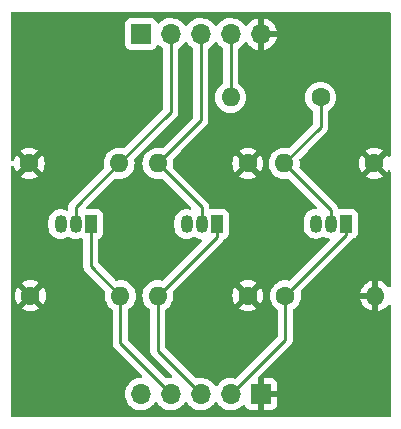
<source format=gbr>
%TF.GenerationSoftware,KiCad,Pcbnew,(6.0.5-0)*%
%TF.CreationDate,2023-04-14T18:12:18+02:00*%
%TF.ProjectId,PixelJuice_TransistorStage,50697865-6c4a-4756-9963-655f5472616e,rev?*%
%TF.SameCoordinates,Original*%
%TF.FileFunction,Copper,L1,Top*%
%TF.FilePolarity,Positive*%
%FSLAX46Y46*%
G04 Gerber Fmt 4.6, Leading zero omitted, Abs format (unit mm)*
G04 Created by KiCad (PCBNEW (6.0.5-0)) date 2023-04-14 18:12:18*
%MOMM*%
%LPD*%
G01*
G04 APERTURE LIST*
%TA.AperFunction,ComponentPad*%
%ADD10C,1.600000*%
%TD*%
%TA.AperFunction,ComponentPad*%
%ADD11O,1.600000X1.600000*%
%TD*%
%TA.AperFunction,ComponentPad*%
%ADD12R,1.050000X1.500000*%
%TD*%
%TA.AperFunction,ComponentPad*%
%ADD13O,1.050000X1.500000*%
%TD*%
%TA.AperFunction,ComponentPad*%
%ADD14R,1.700000X1.700000*%
%TD*%
%TA.AperFunction,ComponentPad*%
%ADD15O,1.700000X1.700000*%
%TD*%
%TA.AperFunction,ViaPad*%
%ADD16C,0.800000*%
%TD*%
%TA.AperFunction,Conductor*%
%ADD17C,0.250000*%
%TD*%
G04 APERTURE END LIST*
D10*
%TO.P,R5,1*%
%TO.N,GND*%
X132790000Y-96000000D03*
D11*
%TO.P,R5,2*%
%TO.N,/R-Y_{out}*%
X140410000Y-96000000D03*
%TD*%
D10*
%TO.P,R7,1*%
%TO.N,/B-Y_{out}*%
X154390000Y-96000000D03*
D11*
%TO.P,R7,2*%
%TO.N,GND*%
X162010000Y-96000000D03*
%TD*%
D10*
%TO.P,R4,1*%
%TO.N,GND*%
X161910000Y-84800000D03*
D11*
%TO.P,R4,2*%
%TO.N,Net-(Q3-Pad2)*%
X154290000Y-84800000D03*
%TD*%
D10*
%TO.P,R3,1*%
%TO.N,GND*%
X151210000Y-84800000D03*
D11*
%TO.P,R3,2*%
%TO.N,/Y_{in}*%
X143590000Y-84800000D03*
%TD*%
D12*
%TO.P,Q2,1,E*%
%TO.N,/Y_{out}*%
X148570000Y-89940000D03*
D13*
%TO.P,Q2,2,B*%
%TO.N,/Y_{in}*%
X147300000Y-89940000D03*
%TO.P,Q2,3,C*%
%TO.N,+5V*%
X146030000Y-89940000D03*
%TD*%
D10*
%TO.P,R2,1*%
%TO.N,GND*%
X132690000Y-84800000D03*
D11*
%TO.P,R2,2*%
%TO.N,/R-Y_{in}*%
X140310000Y-84800000D03*
%TD*%
D10*
%TO.P,R6,1*%
%TO.N,GND*%
X151210000Y-96000000D03*
D11*
%TO.P,R6,2*%
%TO.N,/Y_{out}*%
X143590000Y-96000000D03*
%TD*%
D12*
%TO.P,Q3,1,E*%
%TO.N,/B-Y_{out}*%
X159500000Y-89900000D03*
D13*
%TO.P,Q3,2,B*%
%TO.N,Net-(Q3-Pad2)*%
X158230000Y-89900000D03*
%TO.P,Q3,3,C*%
%TO.N,+5V*%
X156960000Y-89900000D03*
%TD*%
D10*
%TO.P,R1,1*%
%TO.N,Net-(Q3-Pad2)*%
X157360000Y-79200000D03*
D11*
%TO.P,R1,2*%
%TO.N,/B-Y_{in}*%
X149740000Y-79200000D03*
%TD*%
D12*
%TO.P,Q1,1,E*%
%TO.N,/R-Y_{out}*%
X137900000Y-89940000D03*
D13*
%TO.P,Q1,2,B*%
%TO.N,/R-Y_{in}*%
X136630000Y-89940000D03*
%TO.P,Q1,3,C*%
%TO.N,+5V*%
X135360000Y-89940000D03*
%TD*%
D14*
%TO.P,J2,1,Pin_1*%
%TO.N,GND*%
X152325000Y-104325000D03*
D15*
%TO.P,J2,2,Pin_2*%
%TO.N,/B-Y_{out}*%
X149785000Y-104325000D03*
%TO.P,J2,3,Pin_3*%
%TO.N,/Y_{out}*%
X147245000Y-104325000D03*
%TO.P,J2,4,Pin_4*%
%TO.N,/R-Y_{out}*%
X144705000Y-104325000D03*
%TO.P,J2,5,Pin_5*%
%TO.N,+5V*%
X142165000Y-104325000D03*
%TD*%
D14*
%TO.P,J1,1,Pin_1*%
%TO.N,+5V*%
X142150000Y-73850000D03*
D15*
%TO.P,J1,2,Pin_2*%
%TO.N,/R-Y_{in}*%
X144690000Y-73850000D03*
%TO.P,J1,3,Pin_3*%
%TO.N,/Y_{in}*%
X147230000Y-73850000D03*
%TO.P,J1,4,Pin_4*%
%TO.N,/B-Y_{in}*%
X149770000Y-73850000D03*
%TO.P,J1,5,Pin_5*%
%TO.N,GND*%
X152310000Y-73850000D03*
%TD*%
D16*
%TO.N,GND*%
X152875000Y-93050000D03*
X142025000Y-93050000D03*
%TD*%
D17*
%TO.N,/B-Y_{out}*%
X154390000Y-96000000D02*
X154390000Y-99720000D01*
X154390000Y-99720000D02*
X149785000Y-104325000D01*
%TO.N,/R-Y_{out}*%
X140410000Y-96000000D02*
X140410000Y-100030000D01*
X140410000Y-100030000D02*
X144705000Y-104325000D01*
%TO.N,/Y_{out}*%
X143590000Y-96000000D02*
X143590000Y-100670000D01*
X143590000Y-100670000D02*
X147245000Y-104325000D01*
%TO.N,/B-Y_{in}*%
X149770000Y-73850000D02*
X149770000Y-79170000D01*
X149770000Y-79170000D02*
X149740000Y-79200000D01*
%TO.N,/Y_{in}*%
X147230000Y-73850000D02*
X147230000Y-81160000D01*
X147230000Y-81160000D02*
X143590000Y-84800000D01*
%TO.N,/R-Y_{in}*%
X144690000Y-73850000D02*
X144690000Y-80420000D01*
X144690000Y-80420000D02*
X140310000Y-84800000D01*
X140310000Y-84800000D02*
X136630000Y-88480000D01*
X136630000Y-88480000D02*
X136630000Y-89940000D01*
%TO.N,/Y_{in}*%
X143590000Y-84800000D02*
X147300000Y-88510000D01*
X147300000Y-88510000D02*
X147300000Y-89940000D01*
%TO.N,/R-Y_{out}*%
X137900000Y-93490000D02*
X140410000Y-96000000D01*
X137900000Y-89940000D02*
X137900000Y-93490000D01*
%TO.N,/Y_{out}*%
X148570000Y-91020000D02*
X143590000Y-96000000D01*
X148570000Y-89940000D02*
X148570000Y-91020000D01*
%TO.N,/B-Y_{out}*%
X159500000Y-89900000D02*
X159500000Y-90890000D01*
X159500000Y-90890000D02*
X154390000Y-96000000D01*
%TO.N,Net-(Q3-Pad2)*%
X157360000Y-81730000D02*
X154290000Y-84800000D01*
X154290000Y-84800000D02*
X158230000Y-88740000D01*
X158230000Y-88740000D02*
X158230000Y-89900000D01*
X157360000Y-79200000D02*
X157360000Y-81730000D01*
%TD*%
%TA.AperFunction,Conductor*%
%TO.N,GND*%
G36*
X163233621Y-71978502D02*
G01*
X163280114Y-72032158D01*
X163291500Y-72084500D01*
X163291500Y-84099295D01*
X163271498Y-84167416D01*
X163217842Y-84213909D01*
X163147568Y-84224013D01*
X163082988Y-84194519D01*
X163051306Y-84152547D01*
X163049414Y-84148491D01*
X163043931Y-84138994D01*
X163007491Y-84086952D01*
X162997012Y-84078576D01*
X162983566Y-84085644D01*
X162282022Y-84787188D01*
X162274408Y-84801132D01*
X162274539Y-84802965D01*
X162278790Y-84809580D01*
X162984287Y-85515077D01*
X162996062Y-85521507D01*
X163008077Y-85512211D01*
X163043931Y-85461006D01*
X163049414Y-85451509D01*
X163051306Y-85447453D01*
X163098224Y-85394169D01*
X163166502Y-85374709D01*
X163234461Y-85395252D01*
X163280526Y-85449275D01*
X163291500Y-85500705D01*
X163291500Y-95150123D01*
X163271498Y-95218244D01*
X163217842Y-95264737D01*
X163147568Y-95274841D01*
X163082988Y-95245347D01*
X163062287Y-95222393D01*
X163018976Y-95160538D01*
X163011916Y-95152125D01*
X162857875Y-94998084D01*
X162849467Y-94991028D01*
X162671007Y-94866069D01*
X162661511Y-94860586D01*
X162464053Y-94768510D01*
X162453761Y-94764764D01*
X162281497Y-94718606D01*
X162267401Y-94718942D01*
X162264000Y-94726884D01*
X162264000Y-97267967D01*
X162267973Y-97281498D01*
X162276522Y-97282727D01*
X162453761Y-97235236D01*
X162464053Y-97231490D01*
X162661511Y-97139414D01*
X162671007Y-97133931D01*
X162849467Y-97008972D01*
X162857875Y-97001916D01*
X163011916Y-96847875D01*
X163018976Y-96839462D01*
X163062287Y-96777607D01*
X163117744Y-96733278D01*
X163188363Y-96725969D01*
X163251724Y-96757999D01*
X163287709Y-96819201D01*
X163291500Y-96849877D01*
X163291500Y-106165500D01*
X163271498Y-106233621D01*
X163217842Y-106280114D01*
X163165500Y-106291500D01*
X131284500Y-106291500D01*
X131216379Y-106271498D01*
X131169886Y-106217842D01*
X131158500Y-106165500D01*
X131158500Y-97086062D01*
X132068493Y-97086062D01*
X132077789Y-97098077D01*
X132128994Y-97133931D01*
X132138489Y-97139414D01*
X132335947Y-97231490D01*
X132346239Y-97235236D01*
X132556688Y-97291625D01*
X132567481Y-97293528D01*
X132784525Y-97312517D01*
X132795475Y-97312517D01*
X133012519Y-97293528D01*
X133023312Y-97291625D01*
X133233761Y-97235236D01*
X133244053Y-97231490D01*
X133441511Y-97139414D01*
X133451006Y-97133931D01*
X133503048Y-97097491D01*
X133511424Y-97087012D01*
X133504356Y-97073566D01*
X132802812Y-96372022D01*
X132788868Y-96364408D01*
X132787035Y-96364539D01*
X132780420Y-96368790D01*
X132074923Y-97074287D01*
X132068493Y-97086062D01*
X131158500Y-97086062D01*
X131158500Y-96005475D01*
X131477483Y-96005475D01*
X131496472Y-96222519D01*
X131498375Y-96233312D01*
X131554764Y-96443761D01*
X131558510Y-96454053D01*
X131650586Y-96651511D01*
X131656069Y-96661006D01*
X131692509Y-96713048D01*
X131702988Y-96721424D01*
X131716434Y-96714356D01*
X132417978Y-96012812D01*
X132424356Y-96001132D01*
X133154408Y-96001132D01*
X133154539Y-96002965D01*
X133158790Y-96009580D01*
X133864287Y-96715077D01*
X133876062Y-96721507D01*
X133888077Y-96712211D01*
X133923931Y-96661006D01*
X133929414Y-96651511D01*
X134021490Y-96454053D01*
X134025236Y-96443761D01*
X134081625Y-96233312D01*
X134083528Y-96222519D01*
X134102517Y-96005475D01*
X134102517Y-95994525D01*
X134083528Y-95777481D01*
X134081625Y-95766688D01*
X134025236Y-95556239D01*
X134021490Y-95545947D01*
X133929414Y-95348489D01*
X133923931Y-95338994D01*
X133887491Y-95286952D01*
X133877012Y-95278576D01*
X133863566Y-95285644D01*
X133162022Y-95987188D01*
X133154408Y-96001132D01*
X132424356Y-96001132D01*
X132425592Y-95998868D01*
X132425461Y-95997035D01*
X132421210Y-95990420D01*
X131715713Y-95284923D01*
X131703938Y-95278493D01*
X131691923Y-95287789D01*
X131656069Y-95338994D01*
X131650586Y-95348489D01*
X131558510Y-95545947D01*
X131554764Y-95556239D01*
X131498375Y-95766688D01*
X131496472Y-95777481D01*
X131477483Y-95994525D01*
X131477483Y-96005475D01*
X131158500Y-96005475D01*
X131158500Y-94912988D01*
X132068576Y-94912988D01*
X132075644Y-94926434D01*
X132777188Y-95627978D01*
X132791132Y-95635592D01*
X132792965Y-95635461D01*
X132799580Y-95631210D01*
X133505077Y-94925713D01*
X133511507Y-94913938D01*
X133502211Y-94901923D01*
X133451006Y-94866069D01*
X133441511Y-94860586D01*
X133244053Y-94768510D01*
X133233761Y-94764764D01*
X133023312Y-94708375D01*
X133012519Y-94706472D01*
X132795475Y-94687483D01*
X132784525Y-94687483D01*
X132567481Y-94706472D01*
X132556688Y-94708375D01*
X132346239Y-94764764D01*
X132335947Y-94768510D01*
X132138489Y-94860586D01*
X132128994Y-94866069D01*
X132076952Y-94902509D01*
X132068576Y-94912988D01*
X131158500Y-94912988D01*
X131158500Y-90216004D01*
X134326500Y-90216004D01*
X134341277Y-90366713D01*
X134399858Y-90560742D01*
X134495010Y-90739698D01*
X134498904Y-90744472D01*
X134498905Y-90744474D01*
X134511826Y-90760316D01*
X134623110Y-90896763D01*
X134627857Y-90900690D01*
X134627859Y-90900692D01*
X134774528Y-91022027D01*
X134774531Y-91022029D01*
X134779278Y-91025956D01*
X134957565Y-91122356D01*
X135043547Y-91148972D01*
X135145293Y-91180468D01*
X135145296Y-91180469D01*
X135151180Y-91182290D01*
X135157305Y-91182934D01*
X135157306Y-91182934D01*
X135346622Y-91202832D01*
X135346623Y-91202832D01*
X135352750Y-91203476D01*
X135449377Y-91194682D01*
X135548457Y-91185665D01*
X135548460Y-91185664D01*
X135554596Y-91185106D01*
X135560502Y-91183368D01*
X135560506Y-91183367D01*
X135743120Y-91129620D01*
X135743119Y-91129620D01*
X135749029Y-91127881D01*
X135754486Y-91125028D01*
X135754489Y-91125027D01*
X135891765Y-91053261D01*
X135928460Y-91034077D01*
X135928462Y-91034077D01*
X135928645Y-91033981D01*
X135928663Y-91034016D01*
X135994441Y-91014111D01*
X136055409Y-91029271D01*
X136227565Y-91122356D01*
X136313547Y-91148972D01*
X136415293Y-91180468D01*
X136415296Y-91180469D01*
X136421180Y-91182290D01*
X136427305Y-91182934D01*
X136427306Y-91182934D01*
X136616622Y-91202832D01*
X136616623Y-91202832D01*
X136622750Y-91203476D01*
X136719377Y-91194682D01*
X136818457Y-91185665D01*
X136818460Y-91185664D01*
X136824596Y-91185106D01*
X136830502Y-91183368D01*
X136830506Y-91183367D01*
X137013121Y-91129620D01*
X137013123Y-91129619D01*
X137016111Y-91128740D01*
X137019029Y-91127881D01*
X137019282Y-91128740D01*
X137084662Y-91122286D01*
X137121406Y-91135452D01*
X137128295Y-91140615D01*
X137136699Y-91143766D01*
X137136700Y-91143766D01*
X137184730Y-91161772D01*
X137241495Y-91204414D01*
X137266194Y-91270976D01*
X137266500Y-91279754D01*
X137266500Y-93411233D01*
X137265973Y-93422416D01*
X137264298Y-93429909D01*
X137264547Y-93437835D01*
X137264547Y-93437836D01*
X137266438Y-93497986D01*
X137266500Y-93501945D01*
X137266500Y-93529856D01*
X137266997Y-93533790D01*
X137266997Y-93533791D01*
X137267005Y-93533856D01*
X137267938Y-93545693D01*
X137269327Y-93589889D01*
X137274978Y-93609339D01*
X137278987Y-93628700D01*
X137281526Y-93648797D01*
X137284445Y-93656168D01*
X137284445Y-93656170D01*
X137297804Y-93689912D01*
X137301649Y-93701142D01*
X137313982Y-93743593D01*
X137318015Y-93750412D01*
X137318017Y-93750417D01*
X137324293Y-93761028D01*
X137332988Y-93778776D01*
X137340448Y-93797617D01*
X137345110Y-93804033D01*
X137345110Y-93804034D01*
X137366436Y-93833387D01*
X137372952Y-93843307D01*
X137395458Y-93881362D01*
X137409779Y-93895683D01*
X137422619Y-93910716D01*
X137434528Y-93927107D01*
X137440634Y-93932158D01*
X137468605Y-93955298D01*
X137477384Y-93963288D01*
X139100848Y-95586752D01*
X139134874Y-95649064D01*
X139133459Y-95708459D01*
X139117882Y-95766591D01*
X139117881Y-95766598D01*
X139116457Y-95771913D01*
X139096502Y-96000000D01*
X139116457Y-96228087D01*
X139117881Y-96233400D01*
X139117881Y-96233402D01*
X139155025Y-96372022D01*
X139175716Y-96449243D01*
X139178039Y-96454224D01*
X139178039Y-96454225D01*
X139270151Y-96651762D01*
X139270154Y-96651767D01*
X139272477Y-96656749D01*
X139403802Y-96844300D01*
X139565700Y-97006198D01*
X139570208Y-97009355D01*
X139570211Y-97009357D01*
X139722771Y-97116181D01*
X139767099Y-97171638D01*
X139776500Y-97219394D01*
X139776500Y-99951233D01*
X139775973Y-99962416D01*
X139774298Y-99969909D01*
X139774547Y-99977835D01*
X139774547Y-99977836D01*
X139776438Y-100037986D01*
X139776500Y-100041945D01*
X139776500Y-100069856D01*
X139776997Y-100073790D01*
X139776997Y-100073791D01*
X139777005Y-100073856D01*
X139777938Y-100085693D01*
X139779327Y-100129889D01*
X139782198Y-100139770D01*
X139784978Y-100149339D01*
X139788987Y-100168700D01*
X139791526Y-100188797D01*
X139794445Y-100196168D01*
X139794445Y-100196170D01*
X139807804Y-100229912D01*
X139811649Y-100241142D01*
X139823982Y-100283593D01*
X139828015Y-100290412D01*
X139828017Y-100290417D01*
X139834293Y-100301028D01*
X139842988Y-100318776D01*
X139850448Y-100337617D01*
X139855110Y-100344033D01*
X139855110Y-100344034D01*
X139876436Y-100373387D01*
X139882952Y-100383307D01*
X139905458Y-100421362D01*
X139919779Y-100435683D01*
X139932619Y-100450716D01*
X139944528Y-100467107D01*
X139950634Y-100472158D01*
X139978605Y-100495298D01*
X139987384Y-100503288D01*
X142235086Y-102750990D01*
X142269112Y-102813302D01*
X142264047Y-102884117D01*
X142221500Y-102940953D01*
X142154980Y-102965764D01*
X142144459Y-102966076D01*
X142096962Y-102965495D01*
X142075080Y-102965228D01*
X142075078Y-102965228D01*
X142069911Y-102965165D01*
X141849091Y-102998955D01*
X141636756Y-103068357D01*
X141438607Y-103171507D01*
X141434474Y-103174610D01*
X141434471Y-103174612D01*
X141351450Y-103236946D01*
X141259965Y-103305635D01*
X141105629Y-103467138D01*
X140979743Y-103651680D01*
X140885688Y-103854305D01*
X140825989Y-104069570D01*
X140802251Y-104291695D01*
X140815110Y-104514715D01*
X140816247Y-104519761D01*
X140816248Y-104519767D01*
X140830606Y-104583475D01*
X140864222Y-104732639D01*
X140948266Y-104939616D01*
X140999942Y-105023944D01*
X141062291Y-105125688D01*
X141064987Y-105130088D01*
X141211250Y-105298938D01*
X141383126Y-105441632D01*
X141576000Y-105554338D01*
X141784692Y-105634030D01*
X141789760Y-105635061D01*
X141789763Y-105635062D01*
X141897017Y-105656883D01*
X142003597Y-105678567D01*
X142008772Y-105678757D01*
X142008774Y-105678757D01*
X142221673Y-105686564D01*
X142221677Y-105686564D01*
X142226837Y-105686753D01*
X142231957Y-105686097D01*
X142231959Y-105686097D01*
X142443288Y-105659025D01*
X142443289Y-105659025D01*
X142448416Y-105658368D01*
X142453366Y-105656883D01*
X142657429Y-105595661D01*
X142657434Y-105595659D01*
X142662384Y-105594174D01*
X142862994Y-105495896D01*
X143044860Y-105366173D01*
X143203096Y-105208489D01*
X143262594Y-105125689D01*
X143333453Y-105027077D01*
X143334776Y-105028028D01*
X143381645Y-104984857D01*
X143451580Y-104972625D01*
X143517026Y-105000144D01*
X143544875Y-105031994D01*
X143604987Y-105130088D01*
X143751250Y-105298938D01*
X143923126Y-105441632D01*
X144116000Y-105554338D01*
X144324692Y-105634030D01*
X144329760Y-105635061D01*
X144329763Y-105635062D01*
X144437017Y-105656883D01*
X144543597Y-105678567D01*
X144548772Y-105678757D01*
X144548774Y-105678757D01*
X144761673Y-105686564D01*
X144761677Y-105686564D01*
X144766837Y-105686753D01*
X144771957Y-105686097D01*
X144771959Y-105686097D01*
X144983288Y-105659025D01*
X144983289Y-105659025D01*
X144988416Y-105658368D01*
X144993366Y-105656883D01*
X145197429Y-105595661D01*
X145197434Y-105595659D01*
X145202384Y-105594174D01*
X145402994Y-105495896D01*
X145584860Y-105366173D01*
X145743096Y-105208489D01*
X145802594Y-105125689D01*
X145873453Y-105027077D01*
X145874776Y-105028028D01*
X145921645Y-104984857D01*
X145991580Y-104972625D01*
X146057026Y-105000144D01*
X146084875Y-105031994D01*
X146144987Y-105130088D01*
X146291250Y-105298938D01*
X146463126Y-105441632D01*
X146656000Y-105554338D01*
X146864692Y-105634030D01*
X146869760Y-105635061D01*
X146869763Y-105635062D01*
X146977017Y-105656883D01*
X147083597Y-105678567D01*
X147088772Y-105678757D01*
X147088774Y-105678757D01*
X147301673Y-105686564D01*
X147301677Y-105686564D01*
X147306837Y-105686753D01*
X147311957Y-105686097D01*
X147311959Y-105686097D01*
X147523288Y-105659025D01*
X147523289Y-105659025D01*
X147528416Y-105658368D01*
X147533366Y-105656883D01*
X147737429Y-105595661D01*
X147737434Y-105595659D01*
X147742384Y-105594174D01*
X147942994Y-105495896D01*
X148124860Y-105366173D01*
X148283096Y-105208489D01*
X148342594Y-105125689D01*
X148413453Y-105027077D01*
X148414776Y-105028028D01*
X148461645Y-104984857D01*
X148531580Y-104972625D01*
X148597026Y-105000144D01*
X148624875Y-105031994D01*
X148684987Y-105130088D01*
X148831250Y-105298938D01*
X149003126Y-105441632D01*
X149196000Y-105554338D01*
X149404692Y-105634030D01*
X149409760Y-105635061D01*
X149409763Y-105635062D01*
X149517017Y-105656883D01*
X149623597Y-105678567D01*
X149628772Y-105678757D01*
X149628774Y-105678757D01*
X149841673Y-105686564D01*
X149841677Y-105686564D01*
X149846837Y-105686753D01*
X149851957Y-105686097D01*
X149851959Y-105686097D01*
X150063288Y-105659025D01*
X150063289Y-105659025D01*
X150068416Y-105658368D01*
X150073366Y-105656883D01*
X150277429Y-105595661D01*
X150277434Y-105595659D01*
X150282384Y-105594174D01*
X150482994Y-105495896D01*
X150664860Y-105366173D01*
X150732331Y-105298938D01*
X150773479Y-105257933D01*
X150835851Y-105224017D01*
X150906658Y-105229205D01*
X150963419Y-105271851D01*
X150980401Y-105302954D01*
X151021676Y-105413054D01*
X151030214Y-105428649D01*
X151106715Y-105530724D01*
X151119276Y-105543285D01*
X151221351Y-105619786D01*
X151236946Y-105628324D01*
X151357394Y-105673478D01*
X151372649Y-105677105D01*
X151423514Y-105682631D01*
X151430328Y-105683000D01*
X152052885Y-105683000D01*
X152068124Y-105678525D01*
X152069329Y-105677135D01*
X152071000Y-105669452D01*
X152071000Y-105664884D01*
X152579000Y-105664884D01*
X152583475Y-105680123D01*
X152584865Y-105681328D01*
X152592548Y-105682999D01*
X153219669Y-105682999D01*
X153226490Y-105682629D01*
X153277352Y-105677105D01*
X153292604Y-105673479D01*
X153413054Y-105628324D01*
X153428649Y-105619786D01*
X153530724Y-105543285D01*
X153543285Y-105530724D01*
X153619786Y-105428649D01*
X153628324Y-105413054D01*
X153673478Y-105292606D01*
X153677105Y-105277351D01*
X153682631Y-105226486D01*
X153683000Y-105219672D01*
X153683000Y-104597115D01*
X153678525Y-104581876D01*
X153677135Y-104580671D01*
X153669452Y-104579000D01*
X152597115Y-104579000D01*
X152581876Y-104583475D01*
X152580671Y-104584865D01*
X152579000Y-104592548D01*
X152579000Y-105664884D01*
X152071000Y-105664884D01*
X152071000Y-104052885D01*
X152579000Y-104052885D01*
X152583475Y-104068124D01*
X152584865Y-104069329D01*
X152592548Y-104071000D01*
X153664884Y-104071000D01*
X153680123Y-104066525D01*
X153681328Y-104065135D01*
X153682999Y-104057452D01*
X153682999Y-103430331D01*
X153682629Y-103423510D01*
X153677105Y-103372648D01*
X153673479Y-103357396D01*
X153628324Y-103236946D01*
X153619786Y-103221351D01*
X153543285Y-103119276D01*
X153530724Y-103106715D01*
X153428649Y-103030214D01*
X153413054Y-103021676D01*
X153292606Y-102976522D01*
X153277351Y-102972895D01*
X153226486Y-102967369D01*
X153219672Y-102967000D01*
X152597115Y-102967000D01*
X152581876Y-102971475D01*
X152580671Y-102972865D01*
X152579000Y-102980548D01*
X152579000Y-104052885D01*
X152071000Y-104052885D01*
X152071000Y-102987094D01*
X152091002Y-102918973D01*
X152107905Y-102897999D01*
X154782247Y-100223657D01*
X154790537Y-100216113D01*
X154797018Y-100212000D01*
X154843659Y-100162332D01*
X154846413Y-100159491D01*
X154866134Y-100139770D01*
X154868612Y-100136575D01*
X154876318Y-100127553D01*
X154901158Y-100101101D01*
X154906586Y-100095321D01*
X154916346Y-100077568D01*
X154927199Y-100061045D01*
X154934753Y-100051306D01*
X154939613Y-100045041D01*
X154957176Y-100004457D01*
X154962383Y-99993827D01*
X154983695Y-99955060D01*
X154985666Y-99947383D01*
X154985668Y-99947378D01*
X154988732Y-99935442D01*
X154995138Y-99916730D01*
X155000034Y-99905417D01*
X155003181Y-99898145D01*
X155010097Y-99854481D01*
X155012504Y-99842860D01*
X155021528Y-99807711D01*
X155021528Y-99807710D01*
X155023500Y-99800030D01*
X155023500Y-99779769D01*
X155025051Y-99760058D01*
X155026979Y-99747885D01*
X155028219Y-99740057D01*
X155024059Y-99696046D01*
X155023500Y-99684189D01*
X155023500Y-97219394D01*
X155043502Y-97151273D01*
X155077229Y-97116181D01*
X155229789Y-97009357D01*
X155229792Y-97009355D01*
X155234300Y-97006198D01*
X155396198Y-96844300D01*
X155527523Y-96656749D01*
X155529846Y-96651767D01*
X155529849Y-96651762D01*
X155621961Y-96454225D01*
X155621961Y-96454224D01*
X155624284Y-96449243D01*
X155644976Y-96372022D01*
X155673245Y-96266522D01*
X160727273Y-96266522D01*
X160774764Y-96443761D01*
X160778510Y-96454053D01*
X160870586Y-96651511D01*
X160876069Y-96661007D01*
X161001028Y-96839467D01*
X161008084Y-96847875D01*
X161162125Y-97001916D01*
X161170533Y-97008972D01*
X161348993Y-97133931D01*
X161358489Y-97139414D01*
X161555947Y-97231490D01*
X161566239Y-97235236D01*
X161738503Y-97281394D01*
X161752599Y-97281058D01*
X161756000Y-97273116D01*
X161756000Y-96272115D01*
X161751525Y-96256876D01*
X161750135Y-96255671D01*
X161742452Y-96254000D01*
X160742033Y-96254000D01*
X160728502Y-96257973D01*
X160727273Y-96266522D01*
X155673245Y-96266522D01*
X155682119Y-96233402D01*
X155682119Y-96233400D01*
X155683543Y-96228087D01*
X155703498Y-96000000D01*
X155683543Y-95771913D01*
X155682119Y-95766598D01*
X155682118Y-95766591D01*
X155671912Y-95728503D01*
X160728606Y-95728503D01*
X160728942Y-95742599D01*
X160736884Y-95746000D01*
X161737885Y-95746000D01*
X161753124Y-95741525D01*
X161754329Y-95740135D01*
X161756000Y-95732452D01*
X161756000Y-94732033D01*
X161752027Y-94718502D01*
X161743478Y-94717273D01*
X161566239Y-94764764D01*
X161555947Y-94768510D01*
X161358489Y-94860586D01*
X161348993Y-94866069D01*
X161170533Y-94991028D01*
X161162125Y-94998084D01*
X161008084Y-95152125D01*
X161001028Y-95160533D01*
X160876069Y-95338993D01*
X160870586Y-95348489D01*
X160778510Y-95545947D01*
X160774764Y-95556239D01*
X160728606Y-95728503D01*
X155671912Y-95728503D01*
X155666541Y-95708459D01*
X155668230Y-95637483D01*
X155699152Y-95586752D01*
X159892247Y-91393657D01*
X159900537Y-91386113D01*
X159907018Y-91382000D01*
X159953659Y-91332332D01*
X159956413Y-91329491D01*
X159976134Y-91309770D01*
X159978612Y-91306575D01*
X159986318Y-91297553D01*
X160011158Y-91271101D01*
X160016586Y-91265321D01*
X160026346Y-91247568D01*
X160037199Y-91231045D01*
X160041241Y-91225834D01*
X160049613Y-91215041D01*
X160051936Y-91209673D01*
X160103152Y-91161851D01*
X160129000Y-91152431D01*
X160135316Y-91151745D01*
X160153026Y-91145106D01*
X160263297Y-91103767D01*
X160271705Y-91100615D01*
X160388261Y-91013261D01*
X160475615Y-90896705D01*
X160526745Y-90760316D01*
X160533500Y-90698134D01*
X160533500Y-89101866D01*
X160526745Y-89039684D01*
X160475615Y-88903295D01*
X160388261Y-88786739D01*
X160271705Y-88699385D01*
X160135316Y-88648255D01*
X160073134Y-88641500D01*
X158957976Y-88641500D01*
X158889855Y-88621498D01*
X158840825Y-88561885D01*
X158832197Y-88540092D01*
X158828359Y-88528885D01*
X158816018Y-88486406D01*
X158811985Y-88479587D01*
X158811983Y-88479582D01*
X158805707Y-88468971D01*
X158797010Y-88451221D01*
X158789552Y-88432383D01*
X158763571Y-88396623D01*
X158757053Y-88386701D01*
X158738578Y-88355460D01*
X158738574Y-88355455D01*
X158734542Y-88348637D01*
X158720218Y-88334313D01*
X158707376Y-88319278D01*
X158695472Y-88302893D01*
X158661406Y-88274711D01*
X158652627Y-88266722D01*
X156271967Y-85886062D01*
X161188493Y-85886062D01*
X161197789Y-85898077D01*
X161248994Y-85933931D01*
X161258489Y-85939414D01*
X161455947Y-86031490D01*
X161466239Y-86035236D01*
X161676688Y-86091625D01*
X161687481Y-86093528D01*
X161904525Y-86112517D01*
X161915475Y-86112517D01*
X162132519Y-86093528D01*
X162143312Y-86091625D01*
X162353761Y-86035236D01*
X162364053Y-86031490D01*
X162561511Y-85939414D01*
X162571006Y-85933931D01*
X162623048Y-85897491D01*
X162631424Y-85887012D01*
X162624356Y-85873566D01*
X161922812Y-85172022D01*
X161908868Y-85164408D01*
X161907035Y-85164539D01*
X161900420Y-85168790D01*
X161194923Y-85874287D01*
X161188493Y-85886062D01*
X156271967Y-85886062D01*
X155599152Y-85213247D01*
X155565126Y-85150935D01*
X155566540Y-85091541D01*
X155574310Y-85062543D01*
X155583543Y-85028087D01*
X155603019Y-84805475D01*
X160597483Y-84805475D01*
X160616472Y-85022519D01*
X160618375Y-85033312D01*
X160674764Y-85243761D01*
X160678510Y-85254053D01*
X160770586Y-85451511D01*
X160776069Y-85461006D01*
X160812509Y-85513048D01*
X160822988Y-85521424D01*
X160836434Y-85514356D01*
X161537978Y-84812812D01*
X161545592Y-84798868D01*
X161545461Y-84797035D01*
X161541210Y-84790420D01*
X160835713Y-84084923D01*
X160823938Y-84078493D01*
X160811923Y-84087789D01*
X160776069Y-84138994D01*
X160770586Y-84148489D01*
X160678510Y-84345947D01*
X160674764Y-84356239D01*
X160618375Y-84566688D01*
X160616472Y-84577481D01*
X160597483Y-84794525D01*
X160597483Y-84805475D01*
X155603019Y-84805475D01*
X155603498Y-84800000D01*
X155583543Y-84571913D01*
X155582119Y-84566598D01*
X155582118Y-84566591D01*
X155566541Y-84508459D01*
X155568230Y-84437483D01*
X155599152Y-84386752D01*
X156272916Y-83712988D01*
X161188576Y-83712988D01*
X161195644Y-83726434D01*
X161897188Y-84427978D01*
X161911132Y-84435592D01*
X161912965Y-84435461D01*
X161919580Y-84431210D01*
X162625077Y-83725713D01*
X162631507Y-83713938D01*
X162622211Y-83701923D01*
X162571006Y-83666069D01*
X162561511Y-83660586D01*
X162364053Y-83568510D01*
X162353761Y-83564764D01*
X162143312Y-83508375D01*
X162132519Y-83506472D01*
X161915475Y-83487483D01*
X161904525Y-83487483D01*
X161687481Y-83506472D01*
X161676688Y-83508375D01*
X161466239Y-83564764D01*
X161455947Y-83568510D01*
X161258489Y-83660586D01*
X161248994Y-83666069D01*
X161196952Y-83702509D01*
X161188576Y-83712988D01*
X156272916Y-83712988D01*
X157752247Y-82233657D01*
X157760537Y-82226113D01*
X157767018Y-82222000D01*
X157813659Y-82172332D01*
X157816413Y-82169491D01*
X157836135Y-82149769D01*
X157838612Y-82146576D01*
X157846317Y-82137555D01*
X157871159Y-82111100D01*
X157876586Y-82105321D01*
X157880407Y-82098371D01*
X157886346Y-82087568D01*
X157897202Y-82071041D01*
X157904757Y-82061302D01*
X157904758Y-82061300D01*
X157909614Y-82055040D01*
X157927174Y-82014460D01*
X157932391Y-82003812D01*
X157949875Y-81972009D01*
X157949876Y-81972007D01*
X157953695Y-81965060D01*
X157958733Y-81945437D01*
X157965137Y-81926734D01*
X157970033Y-81915420D01*
X157970033Y-81915419D01*
X157973181Y-81908145D01*
X157974420Y-81900322D01*
X157974423Y-81900312D01*
X157980099Y-81864476D01*
X157982505Y-81852856D01*
X157991528Y-81817711D01*
X157991528Y-81817710D01*
X157993500Y-81810030D01*
X157993500Y-81789776D01*
X157995051Y-81770065D01*
X157996980Y-81757886D01*
X157998220Y-81750057D01*
X157994059Y-81706038D01*
X157993500Y-81694181D01*
X157993500Y-80419394D01*
X158013502Y-80351273D01*
X158047229Y-80316181D01*
X158199789Y-80209357D01*
X158199792Y-80209355D01*
X158204300Y-80206198D01*
X158366198Y-80044300D01*
X158497523Y-79856749D01*
X158499846Y-79851767D01*
X158499849Y-79851762D01*
X158591961Y-79654225D01*
X158591961Y-79654224D01*
X158594284Y-79649243D01*
X158653543Y-79428087D01*
X158673498Y-79200000D01*
X158653543Y-78971913D01*
X158594284Y-78750757D01*
X158591961Y-78745775D01*
X158499849Y-78548238D01*
X158499846Y-78548233D01*
X158497523Y-78543251D01*
X158366198Y-78355700D01*
X158204300Y-78193802D01*
X158199792Y-78190645D01*
X158199789Y-78190643D01*
X158077229Y-78104826D01*
X158016749Y-78062477D01*
X158011767Y-78060154D01*
X158011762Y-78060151D01*
X157814225Y-77968039D01*
X157814224Y-77968039D01*
X157809243Y-77965716D01*
X157803935Y-77964294D01*
X157803933Y-77964293D01*
X157593402Y-77907881D01*
X157593400Y-77907881D01*
X157588087Y-77906457D01*
X157360000Y-77886502D01*
X157131913Y-77906457D01*
X157126600Y-77907881D01*
X157126598Y-77907881D01*
X156916067Y-77964293D01*
X156916065Y-77964294D01*
X156910757Y-77965716D01*
X156905776Y-77968039D01*
X156905775Y-77968039D01*
X156708238Y-78060151D01*
X156708233Y-78060154D01*
X156703251Y-78062477D01*
X156642771Y-78104826D01*
X156520211Y-78190643D01*
X156520208Y-78190645D01*
X156515700Y-78193802D01*
X156353802Y-78355700D01*
X156222477Y-78543251D01*
X156220154Y-78548233D01*
X156220151Y-78548238D01*
X156128039Y-78745775D01*
X156125716Y-78750757D01*
X156066457Y-78971913D01*
X156046502Y-79200000D01*
X156066457Y-79428087D01*
X156125716Y-79649243D01*
X156128039Y-79654224D01*
X156128039Y-79654225D01*
X156220151Y-79851762D01*
X156220154Y-79851767D01*
X156222477Y-79856749D01*
X156353802Y-80044300D01*
X156515700Y-80206198D01*
X156520208Y-80209355D01*
X156520211Y-80209357D01*
X156672771Y-80316181D01*
X156717099Y-80371638D01*
X156726500Y-80419394D01*
X156726500Y-81415406D01*
X156706498Y-81483527D01*
X156689595Y-81504501D01*
X154703248Y-83490848D01*
X154640936Y-83524874D01*
X154581541Y-83523459D01*
X154523409Y-83507882D01*
X154523398Y-83507880D01*
X154518087Y-83506457D01*
X154290000Y-83486502D01*
X154061913Y-83506457D01*
X154056600Y-83507881D01*
X154056598Y-83507881D01*
X153846067Y-83564293D01*
X153846065Y-83564294D01*
X153840757Y-83565716D01*
X153835776Y-83568039D01*
X153835775Y-83568039D01*
X153638238Y-83660151D01*
X153638233Y-83660154D01*
X153633251Y-83662477D01*
X153576080Y-83702509D01*
X153450211Y-83790643D01*
X153450208Y-83790645D01*
X153445700Y-83793802D01*
X153283802Y-83955700D01*
X153152477Y-84143251D01*
X153150154Y-84148233D01*
X153150151Y-84148238D01*
X153114817Y-84224013D01*
X153055716Y-84350757D01*
X153054294Y-84356065D01*
X153054293Y-84356067D01*
X152997883Y-84566591D01*
X152996457Y-84571913D01*
X152976502Y-84800000D01*
X152996457Y-85028087D01*
X152997880Y-85033398D01*
X152997881Y-85033402D01*
X153035025Y-85172022D01*
X153055716Y-85249243D01*
X153058039Y-85254224D01*
X153058039Y-85254225D01*
X153150151Y-85451762D01*
X153150154Y-85451767D01*
X153152477Y-85456749D01*
X153283802Y-85644300D01*
X153445700Y-85806198D01*
X153450208Y-85809355D01*
X153450211Y-85809357D01*
X153528389Y-85864098D01*
X153633251Y-85937523D01*
X153638233Y-85939846D01*
X153638238Y-85939849D01*
X153834765Y-86031490D01*
X153840757Y-86034284D01*
X153846065Y-86035706D01*
X153846067Y-86035707D01*
X154056598Y-86092119D01*
X154056600Y-86092119D01*
X154061913Y-86093543D01*
X154290000Y-86113498D01*
X154518087Y-86093543D01*
X154523398Y-86092120D01*
X154523409Y-86092118D01*
X154581541Y-86076541D01*
X154652517Y-86078230D01*
X154703248Y-86109152D01*
X157018453Y-88424357D01*
X157052479Y-88486669D01*
X157047414Y-88557484D01*
X157004867Y-88614320D01*
X156940778Y-88638933D01*
X156771543Y-88654335D01*
X156771540Y-88654336D01*
X156765404Y-88654894D01*
X156759498Y-88656632D01*
X156759494Y-88656633D01*
X156624947Y-88696233D01*
X156570971Y-88712119D01*
X156565514Y-88714972D01*
X156565511Y-88714973D01*
X156518815Y-88739385D01*
X156391355Y-88806019D01*
X156386555Y-88809879D01*
X156386554Y-88809879D01*
X156356654Y-88833919D01*
X156233399Y-88933019D01*
X156103119Y-89088281D01*
X156100155Y-89093673D01*
X156100152Y-89093677D01*
X156008444Y-89260494D01*
X156005477Y-89265891D01*
X155944193Y-89459084D01*
X155943507Y-89465201D01*
X155943506Y-89465205D01*
X155935190Y-89539348D01*
X155926500Y-89616817D01*
X155926500Y-90176004D01*
X155941277Y-90326713D01*
X155999858Y-90520742D01*
X156095010Y-90699698D01*
X156223110Y-90856763D01*
X156227857Y-90860690D01*
X156227859Y-90860692D01*
X156374528Y-90982027D01*
X156374531Y-90982029D01*
X156379278Y-90985956D01*
X156557565Y-91082356D01*
X156626733Y-91103767D01*
X156745293Y-91140468D01*
X156745296Y-91140469D01*
X156751180Y-91142290D01*
X156757305Y-91142934D01*
X156757306Y-91142934D01*
X156946622Y-91162832D01*
X156946623Y-91162832D01*
X156952750Y-91163476D01*
X157036014Y-91155898D01*
X157148457Y-91145665D01*
X157148460Y-91145664D01*
X157154596Y-91145106D01*
X157160502Y-91143368D01*
X157160506Y-91143367D01*
X157305763Y-91100615D01*
X157349029Y-91087881D01*
X157354486Y-91085028D01*
X157354489Y-91085027D01*
X157491765Y-91013261D01*
X157528460Y-90994077D01*
X157528462Y-90994077D01*
X157528645Y-90993981D01*
X157528663Y-90994016D01*
X157594441Y-90974111D01*
X157655409Y-90989271D01*
X157827565Y-91082356D01*
X157896733Y-91103767D01*
X158015293Y-91140468D01*
X158015296Y-91140469D01*
X158021180Y-91142290D01*
X158057643Y-91146122D01*
X158123299Y-91173134D01*
X158163929Y-91231355D01*
X158166633Y-91302300D01*
X158133568Y-91360527D01*
X154803247Y-94690848D01*
X154740935Y-94724874D01*
X154681542Y-94723460D01*
X154618087Y-94706457D01*
X154390000Y-94686502D01*
X154161913Y-94706457D01*
X154156600Y-94707881D01*
X154156598Y-94707881D01*
X153946067Y-94764293D01*
X153946065Y-94764294D01*
X153940757Y-94765716D01*
X153935776Y-94768039D01*
X153935775Y-94768039D01*
X153738238Y-94860151D01*
X153738233Y-94860154D01*
X153733251Y-94862477D01*
X153676080Y-94902509D01*
X153550211Y-94990643D01*
X153550208Y-94990645D01*
X153545700Y-94993802D01*
X153383802Y-95155700D01*
X153252477Y-95343251D01*
X153250154Y-95348233D01*
X153250151Y-95348238D01*
X153250034Y-95348489D01*
X153155716Y-95550757D01*
X153154294Y-95556065D01*
X153154293Y-95556067D01*
X153104972Y-95740135D01*
X153096457Y-95771913D01*
X153076502Y-96000000D01*
X153096457Y-96228087D01*
X153097881Y-96233400D01*
X153097881Y-96233402D01*
X153135025Y-96372022D01*
X153155716Y-96449243D01*
X153158039Y-96454224D01*
X153158039Y-96454225D01*
X153250151Y-96651762D01*
X153250154Y-96651767D01*
X153252477Y-96656749D01*
X153383802Y-96844300D01*
X153545700Y-97006198D01*
X153550208Y-97009355D01*
X153550211Y-97009357D01*
X153702771Y-97116181D01*
X153747099Y-97171638D01*
X153756500Y-97219394D01*
X153756500Y-99405405D01*
X153736498Y-99473526D01*
X153719595Y-99494500D01*
X150242345Y-102971750D01*
X150180033Y-103005776D01*
X150131154Y-103006702D01*
X149918373Y-102968800D01*
X149918367Y-102968799D01*
X149913284Y-102967894D01*
X149839452Y-102966992D01*
X149695081Y-102965228D01*
X149695079Y-102965228D01*
X149689911Y-102965165D01*
X149469091Y-102998955D01*
X149256756Y-103068357D01*
X149058607Y-103171507D01*
X149054474Y-103174610D01*
X149054471Y-103174612D01*
X148971450Y-103236946D01*
X148879965Y-103305635D01*
X148725629Y-103467138D01*
X148618201Y-103624621D01*
X148563293Y-103669621D01*
X148492768Y-103677792D01*
X148429021Y-103646538D01*
X148408324Y-103622054D01*
X148327822Y-103497617D01*
X148327820Y-103497614D01*
X148325014Y-103493277D01*
X148174670Y-103328051D01*
X148170619Y-103324852D01*
X148170615Y-103324848D01*
X148003414Y-103192800D01*
X148003410Y-103192798D01*
X147999359Y-103189598D01*
X147803789Y-103081638D01*
X147798920Y-103079914D01*
X147798916Y-103079912D01*
X147598087Y-103008795D01*
X147598083Y-103008794D01*
X147593212Y-103007069D01*
X147588119Y-103006162D01*
X147588116Y-103006161D01*
X147378373Y-102968800D01*
X147378367Y-102968799D01*
X147373284Y-102967894D01*
X147299452Y-102966992D01*
X147155081Y-102965228D01*
X147155079Y-102965228D01*
X147149911Y-102965165D01*
X146929091Y-102998955D01*
X146916532Y-103003060D01*
X146845568Y-103005210D01*
X146788294Y-102972389D01*
X144260405Y-100444500D01*
X144226379Y-100382188D01*
X144223500Y-100355405D01*
X144223500Y-97219394D01*
X144243502Y-97151273D01*
X144277229Y-97116181D01*
X144320243Y-97086062D01*
X150488493Y-97086062D01*
X150497789Y-97098077D01*
X150548994Y-97133931D01*
X150558489Y-97139414D01*
X150755947Y-97231490D01*
X150766239Y-97235236D01*
X150976688Y-97291625D01*
X150987481Y-97293528D01*
X151204525Y-97312517D01*
X151215475Y-97312517D01*
X151432519Y-97293528D01*
X151443312Y-97291625D01*
X151653761Y-97235236D01*
X151664053Y-97231490D01*
X151861511Y-97139414D01*
X151871006Y-97133931D01*
X151923048Y-97097491D01*
X151931424Y-97087012D01*
X151924356Y-97073566D01*
X151222812Y-96372022D01*
X151208868Y-96364408D01*
X151207035Y-96364539D01*
X151200420Y-96368790D01*
X150494923Y-97074287D01*
X150488493Y-97086062D01*
X144320243Y-97086062D01*
X144429789Y-97009357D01*
X144429792Y-97009355D01*
X144434300Y-97006198D01*
X144596198Y-96844300D01*
X144727523Y-96656749D01*
X144729846Y-96651767D01*
X144729849Y-96651762D01*
X144821961Y-96454225D01*
X144821961Y-96454224D01*
X144824284Y-96449243D01*
X144844976Y-96372022D01*
X144882119Y-96233402D01*
X144882119Y-96233400D01*
X144883543Y-96228087D01*
X144903019Y-96005475D01*
X149897483Y-96005475D01*
X149916472Y-96222519D01*
X149918375Y-96233312D01*
X149974764Y-96443761D01*
X149978510Y-96454053D01*
X150070586Y-96651511D01*
X150076069Y-96661006D01*
X150112509Y-96713048D01*
X150122988Y-96721424D01*
X150136434Y-96714356D01*
X150837978Y-96012812D01*
X150844356Y-96001132D01*
X151574408Y-96001132D01*
X151574539Y-96002965D01*
X151578790Y-96009580D01*
X152284287Y-96715077D01*
X152296062Y-96721507D01*
X152308077Y-96712211D01*
X152343931Y-96661006D01*
X152349414Y-96651511D01*
X152441490Y-96454053D01*
X152445236Y-96443761D01*
X152501625Y-96233312D01*
X152503528Y-96222519D01*
X152522517Y-96005475D01*
X152522517Y-95994525D01*
X152503528Y-95777481D01*
X152501625Y-95766688D01*
X152445236Y-95556239D01*
X152441490Y-95545947D01*
X152349414Y-95348489D01*
X152343931Y-95338994D01*
X152307491Y-95286952D01*
X152297012Y-95278576D01*
X152283566Y-95285644D01*
X151582022Y-95987188D01*
X151574408Y-96001132D01*
X150844356Y-96001132D01*
X150845592Y-95998868D01*
X150845461Y-95997035D01*
X150841210Y-95990420D01*
X150135713Y-95284923D01*
X150123938Y-95278493D01*
X150111923Y-95287789D01*
X150076069Y-95338994D01*
X150070586Y-95348489D01*
X149978510Y-95545947D01*
X149974764Y-95556239D01*
X149918375Y-95766688D01*
X149916472Y-95777481D01*
X149897483Y-95994525D01*
X149897483Y-96005475D01*
X144903019Y-96005475D01*
X144903498Y-96000000D01*
X144883543Y-95771913D01*
X144882119Y-95766598D01*
X144882118Y-95766591D01*
X144866541Y-95708459D01*
X144868230Y-95637483D01*
X144899152Y-95586752D01*
X145572916Y-94912988D01*
X150488576Y-94912988D01*
X150495644Y-94926434D01*
X151197188Y-95627978D01*
X151211132Y-95635592D01*
X151212965Y-95635461D01*
X151219580Y-95631210D01*
X151925077Y-94925713D01*
X151931507Y-94913938D01*
X151922211Y-94901923D01*
X151871006Y-94866069D01*
X151861511Y-94860586D01*
X151664053Y-94768510D01*
X151653761Y-94764764D01*
X151443312Y-94708375D01*
X151432519Y-94706472D01*
X151215475Y-94687483D01*
X151204525Y-94687483D01*
X150987481Y-94706472D01*
X150976688Y-94708375D01*
X150766239Y-94764764D01*
X150755947Y-94768510D01*
X150558489Y-94860586D01*
X150548994Y-94866069D01*
X150496952Y-94902509D01*
X150488576Y-94912988D01*
X145572916Y-94912988D01*
X148962247Y-91523657D01*
X148970537Y-91516113D01*
X148977018Y-91512000D01*
X149023659Y-91462332D01*
X149026413Y-91459491D01*
X149046135Y-91439769D01*
X149048612Y-91436576D01*
X149056317Y-91427555D01*
X149081159Y-91401100D01*
X149086586Y-91395321D01*
X149090407Y-91388371D01*
X149096346Y-91377568D01*
X149107202Y-91361041D01*
X149114757Y-91351302D01*
X149114758Y-91351300D01*
X149119614Y-91345040D01*
X149137174Y-91304460D01*
X149142391Y-91293812D01*
X149159876Y-91262007D01*
X149159876Y-91262006D01*
X149163695Y-91255060D01*
X149164894Y-91250392D01*
X149207715Y-91195507D01*
X149236966Y-91179880D01*
X149333297Y-91143767D01*
X149341705Y-91140615D01*
X149458261Y-91053261D01*
X149545615Y-90936705D01*
X149596745Y-90800316D01*
X149603500Y-90738134D01*
X149603500Y-89141866D01*
X149596745Y-89079684D01*
X149545615Y-88943295D01*
X149458261Y-88826739D01*
X149341705Y-88739385D01*
X149205316Y-88688255D01*
X149143134Y-88681500D01*
X148061306Y-88681500D01*
X147993185Y-88661498D01*
X147946692Y-88607842D01*
X147935368Y-88559459D01*
X147933562Y-88502014D01*
X147933500Y-88498055D01*
X147933500Y-88470144D01*
X147932995Y-88466144D01*
X147932062Y-88454301D01*
X147931994Y-88452114D01*
X147930673Y-88410110D01*
X147925022Y-88390658D01*
X147921014Y-88371306D01*
X147919467Y-88359063D01*
X147918474Y-88351203D01*
X147909010Y-88327299D01*
X147902200Y-88310097D01*
X147898355Y-88298870D01*
X147891336Y-88274712D01*
X147886018Y-88256407D01*
X147881984Y-88249585D01*
X147881981Y-88249579D01*
X147875706Y-88238968D01*
X147867010Y-88221218D01*
X147862472Y-88209756D01*
X147862469Y-88209751D01*
X147859552Y-88202383D01*
X147833573Y-88166625D01*
X147827057Y-88156707D01*
X147816005Y-88138019D01*
X147804542Y-88118637D01*
X147790218Y-88104313D01*
X147777376Y-88089278D01*
X147765472Y-88072893D01*
X147731406Y-88044711D01*
X147722627Y-88036722D01*
X145571967Y-85886062D01*
X150488493Y-85886062D01*
X150497789Y-85898077D01*
X150548994Y-85933931D01*
X150558489Y-85939414D01*
X150755947Y-86031490D01*
X150766239Y-86035236D01*
X150976688Y-86091625D01*
X150987481Y-86093528D01*
X151204525Y-86112517D01*
X151215475Y-86112517D01*
X151432519Y-86093528D01*
X151443312Y-86091625D01*
X151653761Y-86035236D01*
X151664053Y-86031490D01*
X151861511Y-85939414D01*
X151871006Y-85933931D01*
X151923048Y-85897491D01*
X151931424Y-85887012D01*
X151924356Y-85873566D01*
X151222812Y-85172022D01*
X151208868Y-85164408D01*
X151207035Y-85164539D01*
X151200420Y-85168790D01*
X150494923Y-85874287D01*
X150488493Y-85886062D01*
X145571967Y-85886062D01*
X144899152Y-85213247D01*
X144865126Y-85150935D01*
X144866540Y-85091541D01*
X144874310Y-85062543D01*
X144883543Y-85028087D01*
X144903019Y-84805475D01*
X149897483Y-84805475D01*
X149916472Y-85022519D01*
X149918375Y-85033312D01*
X149974764Y-85243761D01*
X149978510Y-85254053D01*
X150070586Y-85451511D01*
X150076069Y-85461006D01*
X150112509Y-85513048D01*
X150122988Y-85521424D01*
X150136434Y-85514356D01*
X150837978Y-84812812D01*
X150844356Y-84801132D01*
X151574408Y-84801132D01*
X151574539Y-84802965D01*
X151578790Y-84809580D01*
X152284287Y-85515077D01*
X152296062Y-85521507D01*
X152308077Y-85512211D01*
X152343931Y-85461006D01*
X152349414Y-85451511D01*
X152441490Y-85254053D01*
X152445236Y-85243761D01*
X152501625Y-85033312D01*
X152503528Y-85022519D01*
X152522517Y-84805475D01*
X152522517Y-84794525D01*
X152503528Y-84577481D01*
X152501625Y-84566688D01*
X152445236Y-84356239D01*
X152441490Y-84345947D01*
X152349414Y-84148489D01*
X152343931Y-84138994D01*
X152307491Y-84086952D01*
X152297012Y-84078576D01*
X152283566Y-84085644D01*
X151582022Y-84787188D01*
X151574408Y-84801132D01*
X150844356Y-84801132D01*
X150845592Y-84798868D01*
X150845461Y-84797035D01*
X150841210Y-84790420D01*
X150135713Y-84084923D01*
X150123938Y-84078493D01*
X150111923Y-84087789D01*
X150076069Y-84138994D01*
X150070586Y-84148489D01*
X149978510Y-84345947D01*
X149974764Y-84356239D01*
X149918375Y-84566688D01*
X149916472Y-84577481D01*
X149897483Y-84794525D01*
X149897483Y-84805475D01*
X144903019Y-84805475D01*
X144903498Y-84800000D01*
X144883543Y-84571913D01*
X144882119Y-84566598D01*
X144882118Y-84566591D01*
X144866541Y-84508459D01*
X144868230Y-84437483D01*
X144899152Y-84386752D01*
X145572916Y-83712988D01*
X150488576Y-83712988D01*
X150495644Y-83726434D01*
X151197188Y-84427978D01*
X151211132Y-84435592D01*
X151212965Y-84435461D01*
X151219580Y-84431210D01*
X151925077Y-83725713D01*
X151931507Y-83713938D01*
X151922211Y-83701923D01*
X151871006Y-83666069D01*
X151861511Y-83660586D01*
X151664053Y-83568510D01*
X151653761Y-83564764D01*
X151443312Y-83508375D01*
X151432519Y-83506472D01*
X151215475Y-83487483D01*
X151204525Y-83487483D01*
X150987481Y-83506472D01*
X150976688Y-83508375D01*
X150766239Y-83564764D01*
X150755947Y-83568510D01*
X150558489Y-83660586D01*
X150548994Y-83666069D01*
X150496952Y-83702509D01*
X150488576Y-83712988D01*
X145572916Y-83712988D01*
X147622247Y-81663657D01*
X147630537Y-81656113D01*
X147637018Y-81652000D01*
X147683659Y-81602332D01*
X147686413Y-81599491D01*
X147706134Y-81579770D01*
X147708612Y-81576575D01*
X147716318Y-81567553D01*
X147741158Y-81541101D01*
X147746586Y-81535321D01*
X147756346Y-81517568D01*
X147767199Y-81501045D01*
X147774753Y-81491306D01*
X147779613Y-81485041D01*
X147797176Y-81444457D01*
X147802383Y-81433827D01*
X147823695Y-81395060D01*
X147825666Y-81387383D01*
X147825668Y-81387378D01*
X147828732Y-81375442D01*
X147835138Y-81356730D01*
X147840034Y-81345417D01*
X147843181Y-81338145D01*
X147850097Y-81294481D01*
X147852504Y-81282860D01*
X147861528Y-81247711D01*
X147861528Y-81247710D01*
X147863500Y-81240030D01*
X147863500Y-81219769D01*
X147865051Y-81200058D01*
X147866979Y-81187885D01*
X147868219Y-81180057D01*
X147864059Y-81136046D01*
X147863500Y-81124189D01*
X147863500Y-75130427D01*
X147883502Y-75062306D01*
X147924618Y-75022550D01*
X147927994Y-75020896D01*
X148109860Y-74891173D01*
X148268096Y-74733489D01*
X148398453Y-74552077D01*
X148399776Y-74553028D01*
X148446645Y-74509857D01*
X148516580Y-74497625D01*
X148582026Y-74525144D01*
X148609875Y-74556994D01*
X148669987Y-74655088D01*
X148816250Y-74823938D01*
X148988126Y-74966632D01*
X148992593Y-74969242D01*
X149074070Y-75016853D01*
X149122794Y-75068491D01*
X149136500Y-75125641D01*
X149136500Y-77959600D01*
X149116498Y-78027721D01*
X149082771Y-78062813D01*
X148900211Y-78190643D01*
X148900208Y-78190645D01*
X148895700Y-78193802D01*
X148733802Y-78355700D01*
X148602477Y-78543251D01*
X148600154Y-78548233D01*
X148600151Y-78548238D01*
X148508039Y-78745775D01*
X148505716Y-78750757D01*
X148446457Y-78971913D01*
X148426502Y-79200000D01*
X148446457Y-79428087D01*
X148505716Y-79649243D01*
X148508039Y-79654224D01*
X148508039Y-79654225D01*
X148600151Y-79851762D01*
X148600154Y-79851767D01*
X148602477Y-79856749D01*
X148733802Y-80044300D01*
X148895700Y-80206198D01*
X148900208Y-80209355D01*
X148900211Y-80209357D01*
X148978389Y-80264098D01*
X149083251Y-80337523D01*
X149088233Y-80339846D01*
X149088238Y-80339849D01*
X149258825Y-80419394D01*
X149290757Y-80434284D01*
X149296065Y-80435706D01*
X149296067Y-80435707D01*
X149506598Y-80492119D01*
X149506600Y-80492119D01*
X149511913Y-80493543D01*
X149740000Y-80513498D01*
X149968087Y-80493543D01*
X149973400Y-80492119D01*
X149973402Y-80492119D01*
X150183933Y-80435707D01*
X150183935Y-80435706D01*
X150189243Y-80434284D01*
X150221175Y-80419394D01*
X150391762Y-80339849D01*
X150391767Y-80339846D01*
X150396749Y-80337523D01*
X150501611Y-80264098D01*
X150579789Y-80209357D01*
X150579792Y-80209355D01*
X150584300Y-80206198D01*
X150746198Y-80044300D01*
X150877523Y-79856749D01*
X150879846Y-79851767D01*
X150879849Y-79851762D01*
X150971961Y-79654225D01*
X150971961Y-79654224D01*
X150974284Y-79649243D01*
X151033543Y-79428087D01*
X151053498Y-79200000D01*
X151033543Y-78971913D01*
X150974284Y-78750757D01*
X150971961Y-78745775D01*
X150879849Y-78548238D01*
X150879846Y-78548233D01*
X150877523Y-78543251D01*
X150746198Y-78355700D01*
X150584300Y-78193802D01*
X150579792Y-78190645D01*
X150579789Y-78190643D01*
X150522989Y-78150871D01*
X150457228Y-78104825D01*
X150412901Y-78049369D01*
X150403500Y-78001613D01*
X150403500Y-75130427D01*
X150423502Y-75062306D01*
X150464618Y-75022550D01*
X150467994Y-75020896D01*
X150649860Y-74891173D01*
X150808096Y-74733489D01*
X150938453Y-74552077D01*
X150939640Y-74552930D01*
X150986960Y-74509362D01*
X151056897Y-74497145D01*
X151122338Y-74524678D01*
X151150166Y-74556511D01*
X151207694Y-74650388D01*
X151213777Y-74658699D01*
X151353213Y-74819667D01*
X151360580Y-74826883D01*
X151524434Y-74962916D01*
X151532881Y-74968831D01*
X151716756Y-75076279D01*
X151726042Y-75080729D01*
X151925001Y-75156703D01*
X151934899Y-75159579D01*
X152038250Y-75180606D01*
X152052299Y-75179410D01*
X152056000Y-75169065D01*
X152056000Y-75168517D01*
X152564000Y-75168517D01*
X152568064Y-75182359D01*
X152581478Y-75184393D01*
X152588184Y-75183534D01*
X152598262Y-75181392D01*
X152802255Y-75120191D01*
X152811842Y-75116433D01*
X153003095Y-75022739D01*
X153011945Y-75017464D01*
X153185328Y-74893792D01*
X153193200Y-74887139D01*
X153344052Y-74736812D01*
X153350730Y-74728965D01*
X153475003Y-74556020D01*
X153480313Y-74547183D01*
X153574670Y-74356267D01*
X153578469Y-74346672D01*
X153640377Y-74142910D01*
X153642555Y-74132837D01*
X153643986Y-74121962D01*
X153641775Y-74107778D01*
X153628617Y-74104000D01*
X152582115Y-74104000D01*
X152566876Y-74108475D01*
X152565671Y-74109865D01*
X152564000Y-74117548D01*
X152564000Y-75168517D01*
X152056000Y-75168517D01*
X152056000Y-73577885D01*
X152564000Y-73577885D01*
X152568475Y-73593124D01*
X152569865Y-73594329D01*
X152577548Y-73596000D01*
X153628344Y-73596000D01*
X153641875Y-73592027D01*
X153643180Y-73582947D01*
X153601214Y-73415875D01*
X153597894Y-73406124D01*
X153512972Y-73210814D01*
X153508105Y-73201739D01*
X153392426Y-73022926D01*
X153386136Y-73014757D01*
X153242806Y-72857240D01*
X153235273Y-72850215D01*
X153068139Y-72718222D01*
X153059552Y-72712517D01*
X152873117Y-72609599D01*
X152863705Y-72605369D01*
X152662959Y-72534280D01*
X152652988Y-72531646D01*
X152581837Y-72518972D01*
X152568540Y-72520432D01*
X152564000Y-72534989D01*
X152564000Y-73577885D01*
X152056000Y-73577885D01*
X152056000Y-72533102D01*
X152052082Y-72519758D01*
X152037806Y-72517771D01*
X151999324Y-72523660D01*
X151989288Y-72526051D01*
X151786868Y-72592212D01*
X151777359Y-72596209D01*
X151588463Y-72694542D01*
X151579738Y-72700036D01*
X151409433Y-72827905D01*
X151401726Y-72834748D01*
X151254590Y-72988717D01*
X151248109Y-72996722D01*
X151143498Y-73150074D01*
X151088587Y-73195076D01*
X151018062Y-73203247D01*
X150954315Y-73171993D01*
X150933618Y-73147509D01*
X150852822Y-73022617D01*
X150852820Y-73022614D01*
X150850014Y-73018277D01*
X150699670Y-72853051D01*
X150695619Y-72849852D01*
X150695615Y-72849848D01*
X150528414Y-72717800D01*
X150528410Y-72717798D01*
X150524359Y-72714598D01*
X150488028Y-72694542D01*
X150472136Y-72685769D01*
X150328789Y-72606638D01*
X150323920Y-72604914D01*
X150323916Y-72604912D01*
X150123087Y-72533795D01*
X150123083Y-72533794D01*
X150118212Y-72532069D01*
X150113119Y-72531162D01*
X150113116Y-72531161D01*
X149903373Y-72493800D01*
X149903367Y-72493799D01*
X149898284Y-72492894D01*
X149824452Y-72491992D01*
X149680081Y-72490228D01*
X149680079Y-72490228D01*
X149674911Y-72490165D01*
X149454091Y-72523955D01*
X149241756Y-72593357D01*
X149043607Y-72696507D01*
X149039474Y-72699610D01*
X149039471Y-72699612D01*
X148869100Y-72827530D01*
X148864965Y-72830635D01*
X148861393Y-72834373D01*
X148753729Y-72947037D01*
X148710629Y-72992138D01*
X148603201Y-73149621D01*
X148548293Y-73194621D01*
X148477768Y-73202792D01*
X148414021Y-73171538D01*
X148393324Y-73147054D01*
X148312822Y-73022617D01*
X148312820Y-73022614D01*
X148310014Y-73018277D01*
X148159670Y-72853051D01*
X148155619Y-72849852D01*
X148155615Y-72849848D01*
X147988414Y-72717800D01*
X147988410Y-72717798D01*
X147984359Y-72714598D01*
X147948028Y-72694542D01*
X147932136Y-72685769D01*
X147788789Y-72606638D01*
X147783920Y-72604914D01*
X147783916Y-72604912D01*
X147583087Y-72533795D01*
X147583083Y-72533794D01*
X147578212Y-72532069D01*
X147573119Y-72531162D01*
X147573116Y-72531161D01*
X147363373Y-72493800D01*
X147363367Y-72493799D01*
X147358284Y-72492894D01*
X147284452Y-72491992D01*
X147140081Y-72490228D01*
X147140079Y-72490228D01*
X147134911Y-72490165D01*
X146914091Y-72523955D01*
X146701756Y-72593357D01*
X146503607Y-72696507D01*
X146499474Y-72699610D01*
X146499471Y-72699612D01*
X146329100Y-72827530D01*
X146324965Y-72830635D01*
X146321393Y-72834373D01*
X146213729Y-72947037D01*
X146170629Y-72992138D01*
X146063201Y-73149621D01*
X146008293Y-73194621D01*
X145937768Y-73202792D01*
X145874021Y-73171538D01*
X145853324Y-73147054D01*
X145772822Y-73022617D01*
X145772820Y-73022614D01*
X145770014Y-73018277D01*
X145619670Y-72853051D01*
X145615619Y-72849852D01*
X145615615Y-72849848D01*
X145448414Y-72717800D01*
X145448410Y-72717798D01*
X145444359Y-72714598D01*
X145408028Y-72694542D01*
X145392136Y-72685769D01*
X145248789Y-72606638D01*
X145243920Y-72604914D01*
X145243916Y-72604912D01*
X145043087Y-72533795D01*
X145043083Y-72533794D01*
X145038212Y-72532069D01*
X145033119Y-72531162D01*
X145033116Y-72531161D01*
X144823373Y-72493800D01*
X144823367Y-72493799D01*
X144818284Y-72492894D01*
X144744452Y-72491992D01*
X144600081Y-72490228D01*
X144600079Y-72490228D01*
X144594911Y-72490165D01*
X144374091Y-72523955D01*
X144161756Y-72593357D01*
X143963607Y-72696507D01*
X143959474Y-72699610D01*
X143959471Y-72699612D01*
X143789100Y-72827530D01*
X143784965Y-72830635D01*
X143728537Y-72889684D01*
X143704283Y-72915064D01*
X143642759Y-72950494D01*
X143571846Y-72947037D01*
X143514060Y-72905791D01*
X143495207Y-72872243D01*
X143453767Y-72761703D01*
X143450615Y-72753295D01*
X143363261Y-72636739D01*
X143246705Y-72549385D01*
X143110316Y-72498255D01*
X143048134Y-72491500D01*
X141251866Y-72491500D01*
X141189684Y-72498255D01*
X141053295Y-72549385D01*
X140936739Y-72636739D01*
X140849385Y-72753295D01*
X140798255Y-72889684D01*
X140791500Y-72951866D01*
X140791500Y-74748134D01*
X140798255Y-74810316D01*
X140849385Y-74946705D01*
X140936739Y-75063261D01*
X141053295Y-75150615D01*
X141189684Y-75201745D01*
X141251866Y-75208500D01*
X143048134Y-75208500D01*
X143110316Y-75201745D01*
X143246705Y-75150615D01*
X143363261Y-75063261D01*
X143450615Y-74946705D01*
X143472799Y-74887529D01*
X143494598Y-74829382D01*
X143537240Y-74772618D01*
X143603802Y-74747918D01*
X143673150Y-74763126D01*
X143707817Y-74791114D01*
X143736250Y-74823938D01*
X143908126Y-74966632D01*
X143912593Y-74969242D01*
X143994070Y-75016853D01*
X144042794Y-75068491D01*
X144056500Y-75125641D01*
X144056500Y-80105405D01*
X144036498Y-80173526D01*
X144019595Y-80194500D01*
X140723247Y-83490848D01*
X140660935Y-83524874D01*
X140601542Y-83523460D01*
X140538087Y-83506457D01*
X140310000Y-83486502D01*
X140081913Y-83506457D01*
X140076600Y-83507881D01*
X140076598Y-83507881D01*
X139866067Y-83564293D01*
X139866065Y-83564294D01*
X139860757Y-83565716D01*
X139855776Y-83568039D01*
X139855775Y-83568039D01*
X139658238Y-83660151D01*
X139658233Y-83660154D01*
X139653251Y-83662477D01*
X139596080Y-83702509D01*
X139470211Y-83790643D01*
X139470208Y-83790645D01*
X139465700Y-83793802D01*
X139303802Y-83955700D01*
X139172477Y-84143251D01*
X139170154Y-84148233D01*
X139170151Y-84148238D01*
X139134817Y-84224013D01*
X139075716Y-84350757D01*
X139074294Y-84356065D01*
X139074293Y-84356067D01*
X139017883Y-84566591D01*
X139016457Y-84571913D01*
X138996502Y-84800000D01*
X139016457Y-85028087D01*
X139017880Y-85033398D01*
X139017882Y-85033409D01*
X139033459Y-85091541D01*
X139031770Y-85162517D01*
X139000848Y-85213248D01*
X136237747Y-87976348D01*
X136229461Y-87983888D01*
X136222982Y-87988000D01*
X136217557Y-87993777D01*
X136176357Y-88037651D01*
X136173602Y-88040493D01*
X136153865Y-88060230D01*
X136151385Y-88063427D01*
X136143682Y-88072447D01*
X136113414Y-88104679D01*
X136109595Y-88111625D01*
X136109593Y-88111628D01*
X136103652Y-88122434D01*
X136092801Y-88138953D01*
X136080386Y-88154959D01*
X136077241Y-88162228D01*
X136077238Y-88162232D01*
X136062826Y-88195537D01*
X136057609Y-88206187D01*
X136036305Y-88244940D01*
X136034334Y-88252615D01*
X136034334Y-88252616D01*
X136031267Y-88264562D01*
X136024863Y-88283266D01*
X136016819Y-88301855D01*
X136015580Y-88309678D01*
X136015577Y-88309688D01*
X136009901Y-88345524D01*
X136007495Y-88357144D01*
X136003859Y-88371306D01*
X135996500Y-88399970D01*
X135996500Y-88420224D01*
X135994949Y-88439934D01*
X135991780Y-88459943D01*
X135995001Y-88494012D01*
X135995941Y-88503961D01*
X135996500Y-88515819D01*
X135996500Y-88672835D01*
X135976498Y-88740956D01*
X135922842Y-88787449D01*
X135852568Y-88797553D01*
X135810571Y-88783671D01*
X135789733Y-88772404D01*
X135762435Y-88757644D01*
X135615368Y-88712119D01*
X135574707Y-88699532D01*
X135574704Y-88699531D01*
X135568820Y-88697710D01*
X135562695Y-88697066D01*
X135562694Y-88697066D01*
X135373378Y-88677168D01*
X135373377Y-88677168D01*
X135367250Y-88676524D01*
X135283986Y-88684102D01*
X135171543Y-88694335D01*
X135171540Y-88694336D01*
X135165404Y-88694894D01*
X135159498Y-88696632D01*
X135159494Y-88696633D01*
X135024947Y-88736233D01*
X134970971Y-88752119D01*
X134965514Y-88754972D01*
X134965511Y-88754973D01*
X134932169Y-88772404D01*
X134791355Y-88846019D01*
X134633399Y-88973019D01*
X134503119Y-89128281D01*
X134500155Y-89133673D01*
X134500152Y-89133677D01*
X134493772Y-89145283D01*
X134405477Y-89305891D01*
X134344193Y-89499084D01*
X134326500Y-89656817D01*
X134326500Y-90216004D01*
X131158500Y-90216004D01*
X131158500Y-85886062D01*
X131968493Y-85886062D01*
X131977789Y-85898077D01*
X132028994Y-85933931D01*
X132038489Y-85939414D01*
X132235947Y-86031490D01*
X132246239Y-86035236D01*
X132456688Y-86091625D01*
X132467481Y-86093528D01*
X132684525Y-86112517D01*
X132695475Y-86112517D01*
X132912519Y-86093528D01*
X132923312Y-86091625D01*
X133133761Y-86035236D01*
X133144053Y-86031490D01*
X133341511Y-85939414D01*
X133351006Y-85933931D01*
X133403048Y-85897491D01*
X133411424Y-85887012D01*
X133404356Y-85873566D01*
X132702812Y-85172022D01*
X132688868Y-85164408D01*
X132687035Y-85164539D01*
X132680420Y-85168790D01*
X131974923Y-85874287D01*
X131968493Y-85886062D01*
X131158500Y-85886062D01*
X131158500Y-85095154D01*
X131178502Y-85027033D01*
X131232158Y-84980540D01*
X131302432Y-84970436D01*
X131367012Y-84999930D01*
X131406207Y-85062543D01*
X131454764Y-85243761D01*
X131458510Y-85254053D01*
X131550586Y-85451511D01*
X131556069Y-85461006D01*
X131592509Y-85513048D01*
X131602988Y-85521424D01*
X131616434Y-85514356D01*
X132317978Y-84812812D01*
X132324356Y-84801132D01*
X133054408Y-84801132D01*
X133054539Y-84802965D01*
X133058790Y-84809580D01*
X133764287Y-85515077D01*
X133776062Y-85521507D01*
X133788077Y-85512211D01*
X133823931Y-85461006D01*
X133829414Y-85451511D01*
X133921490Y-85254053D01*
X133925236Y-85243761D01*
X133981625Y-85033312D01*
X133983528Y-85022519D01*
X134002517Y-84805475D01*
X134002517Y-84794525D01*
X133983528Y-84577481D01*
X133981625Y-84566688D01*
X133925236Y-84356239D01*
X133921490Y-84345947D01*
X133829414Y-84148489D01*
X133823931Y-84138994D01*
X133787491Y-84086952D01*
X133777012Y-84078576D01*
X133763566Y-84085644D01*
X133062022Y-84787188D01*
X133054408Y-84801132D01*
X132324356Y-84801132D01*
X132325592Y-84798868D01*
X132325461Y-84797035D01*
X132321210Y-84790420D01*
X131615713Y-84084923D01*
X131603938Y-84078493D01*
X131591923Y-84087789D01*
X131556069Y-84138994D01*
X131550586Y-84148489D01*
X131458510Y-84345947D01*
X131454764Y-84356239D01*
X131406207Y-84537457D01*
X131369255Y-84598080D01*
X131305395Y-84629101D01*
X131234900Y-84620673D01*
X131180153Y-84575470D01*
X131158500Y-84504846D01*
X131158500Y-83712988D01*
X131968576Y-83712988D01*
X131975644Y-83726434D01*
X132677188Y-84427978D01*
X132691132Y-84435592D01*
X132692965Y-84435461D01*
X132699580Y-84431210D01*
X133405077Y-83725713D01*
X133411507Y-83713938D01*
X133402211Y-83701923D01*
X133351006Y-83666069D01*
X133341511Y-83660586D01*
X133144053Y-83568510D01*
X133133761Y-83564764D01*
X132923312Y-83508375D01*
X132912519Y-83506472D01*
X132695475Y-83487483D01*
X132684525Y-83487483D01*
X132467481Y-83506472D01*
X132456688Y-83508375D01*
X132246239Y-83564764D01*
X132235947Y-83568510D01*
X132038489Y-83660586D01*
X132028994Y-83666069D01*
X131976952Y-83702509D01*
X131968576Y-83712988D01*
X131158500Y-83712988D01*
X131158500Y-72084500D01*
X131178502Y-72016379D01*
X131232158Y-71969886D01*
X131284500Y-71958500D01*
X163165500Y-71958500D01*
X163233621Y-71978502D01*
G37*
%TD.AperFunction*%
%TA.AperFunction,Conductor*%
G36*
X146042026Y-74525144D02*
G01*
X146069875Y-74556994D01*
X146129987Y-74655088D01*
X146276250Y-74823938D01*
X146448126Y-74966632D01*
X146452593Y-74969242D01*
X146534070Y-75016853D01*
X146582794Y-75068491D01*
X146596500Y-75125641D01*
X146596500Y-80845405D01*
X146576498Y-80913526D01*
X146559595Y-80934500D01*
X144003247Y-83490848D01*
X143940935Y-83524874D01*
X143881542Y-83523460D01*
X143818087Y-83506457D01*
X143590000Y-83486502D01*
X143361913Y-83506457D01*
X143356600Y-83507881D01*
X143356598Y-83507881D01*
X143146067Y-83564293D01*
X143146065Y-83564294D01*
X143140757Y-83565716D01*
X143135776Y-83568039D01*
X143135775Y-83568039D01*
X142938238Y-83660151D01*
X142938233Y-83660154D01*
X142933251Y-83662477D01*
X142876080Y-83702509D01*
X142750211Y-83790643D01*
X142750208Y-83790645D01*
X142745700Y-83793802D01*
X142583802Y-83955700D01*
X142452477Y-84143251D01*
X142450154Y-84148233D01*
X142450151Y-84148238D01*
X142414817Y-84224013D01*
X142355716Y-84350757D01*
X142354294Y-84356065D01*
X142354293Y-84356067D01*
X142297883Y-84566591D01*
X142296457Y-84571913D01*
X142276502Y-84800000D01*
X142296457Y-85028087D01*
X142297880Y-85033398D01*
X142297881Y-85033402D01*
X142335025Y-85172022D01*
X142355716Y-85249243D01*
X142358039Y-85254224D01*
X142358039Y-85254225D01*
X142450151Y-85451762D01*
X142450154Y-85451767D01*
X142452477Y-85456749D01*
X142583802Y-85644300D01*
X142745700Y-85806198D01*
X142750208Y-85809355D01*
X142750211Y-85809357D01*
X142828389Y-85864098D01*
X142933251Y-85937523D01*
X142938233Y-85939846D01*
X142938238Y-85939849D01*
X143134765Y-86031490D01*
X143140757Y-86034284D01*
X143146065Y-86035706D01*
X143146067Y-86035707D01*
X143356598Y-86092119D01*
X143356600Y-86092119D01*
X143361913Y-86093543D01*
X143590000Y-86113498D01*
X143818087Y-86093543D01*
X143823398Y-86092120D01*
X143823409Y-86092118D01*
X143881541Y-86076541D01*
X143952517Y-86078230D01*
X144003248Y-86109152D01*
X146390045Y-88495949D01*
X146424071Y-88558261D01*
X146419006Y-88629076D01*
X146376459Y-88685912D01*
X146309939Y-88710723D01*
X146263692Y-88705409D01*
X146238820Y-88697710D01*
X146232695Y-88697066D01*
X146232694Y-88697066D01*
X146043378Y-88677168D01*
X146043377Y-88677168D01*
X146037250Y-88676524D01*
X145953986Y-88684102D01*
X145841543Y-88694335D01*
X145841540Y-88694336D01*
X145835404Y-88694894D01*
X145829498Y-88696632D01*
X145829494Y-88696633D01*
X145694947Y-88736233D01*
X145640971Y-88752119D01*
X145635514Y-88754972D01*
X145635511Y-88754973D01*
X145602169Y-88772404D01*
X145461355Y-88846019D01*
X145303399Y-88973019D01*
X145173119Y-89128281D01*
X145170155Y-89133673D01*
X145170152Y-89133677D01*
X145163772Y-89145283D01*
X145075477Y-89305891D01*
X145014193Y-89499084D01*
X144996500Y-89656817D01*
X144996500Y-90216004D01*
X145011277Y-90366713D01*
X145069858Y-90560742D01*
X145165010Y-90739698D01*
X145168904Y-90744472D01*
X145168905Y-90744474D01*
X145181826Y-90760316D01*
X145293110Y-90896763D01*
X145297857Y-90900690D01*
X145297859Y-90900692D01*
X145444528Y-91022027D01*
X145444531Y-91022029D01*
X145449278Y-91025956D01*
X145627565Y-91122356D01*
X145713547Y-91148972D01*
X145815293Y-91180468D01*
X145815296Y-91180469D01*
X145821180Y-91182290D01*
X145827305Y-91182934D01*
X145827306Y-91182934D01*
X146016622Y-91202832D01*
X146016623Y-91202832D01*
X146022750Y-91203476D01*
X146119377Y-91194682D01*
X146218457Y-91185665D01*
X146218460Y-91185664D01*
X146224596Y-91185106D01*
X146230502Y-91183368D01*
X146230506Y-91183367D01*
X146413120Y-91129620D01*
X146413119Y-91129620D01*
X146419029Y-91127881D01*
X146424486Y-91125028D01*
X146424489Y-91125027D01*
X146561765Y-91053261D01*
X146598460Y-91034077D01*
X146598462Y-91034077D01*
X146598645Y-91033981D01*
X146598663Y-91034016D01*
X146664441Y-91014111D01*
X146725409Y-91029271D01*
X146897565Y-91122356D01*
X146983547Y-91148972D01*
X147085293Y-91180468D01*
X147085296Y-91180469D01*
X147091180Y-91182290D01*
X147209085Y-91194682D01*
X147274741Y-91221695D01*
X147315371Y-91279917D01*
X147318074Y-91350862D01*
X147285009Y-91409087D01*
X144003248Y-94690848D01*
X143940936Y-94724874D01*
X143881541Y-94723459D01*
X143823409Y-94707882D01*
X143823398Y-94707880D01*
X143818087Y-94706457D01*
X143590000Y-94686502D01*
X143361913Y-94706457D01*
X143356600Y-94707881D01*
X143356598Y-94707881D01*
X143146067Y-94764293D01*
X143146065Y-94764294D01*
X143140757Y-94765716D01*
X143135776Y-94768039D01*
X143135775Y-94768039D01*
X142938238Y-94860151D01*
X142938233Y-94860154D01*
X142933251Y-94862477D01*
X142876080Y-94902509D01*
X142750211Y-94990643D01*
X142750208Y-94990645D01*
X142745700Y-94993802D01*
X142583802Y-95155700D01*
X142452477Y-95343251D01*
X142450154Y-95348233D01*
X142450151Y-95348238D01*
X142450034Y-95348489D01*
X142355716Y-95550757D01*
X142354294Y-95556065D01*
X142354293Y-95556067D01*
X142304972Y-95740135D01*
X142296457Y-95771913D01*
X142276502Y-96000000D01*
X142296457Y-96228087D01*
X142297881Y-96233400D01*
X142297881Y-96233402D01*
X142335025Y-96372022D01*
X142355716Y-96449243D01*
X142358039Y-96454224D01*
X142358039Y-96454225D01*
X142450151Y-96651762D01*
X142450154Y-96651767D01*
X142452477Y-96656749D01*
X142583802Y-96844300D01*
X142745700Y-97006198D01*
X142750208Y-97009355D01*
X142750211Y-97009357D01*
X142902771Y-97116181D01*
X142947099Y-97171638D01*
X142956500Y-97219394D01*
X142956500Y-100591233D01*
X142955973Y-100602416D01*
X142954298Y-100609909D01*
X142954547Y-100617835D01*
X142954547Y-100617836D01*
X142956438Y-100677986D01*
X142956500Y-100681945D01*
X142956500Y-100709856D01*
X142956997Y-100713790D01*
X142956997Y-100713791D01*
X142957005Y-100713856D01*
X142957938Y-100725693D01*
X142959327Y-100769889D01*
X142964978Y-100789339D01*
X142968987Y-100808700D01*
X142971526Y-100828797D01*
X142974445Y-100836168D01*
X142974445Y-100836170D01*
X142987804Y-100869912D01*
X142991649Y-100881142D01*
X143003982Y-100923593D01*
X143008015Y-100930412D01*
X143008017Y-100930417D01*
X143014293Y-100941028D01*
X143022988Y-100958776D01*
X143030448Y-100977617D01*
X143035110Y-100984033D01*
X143035110Y-100984034D01*
X143056436Y-101013387D01*
X143062952Y-101023307D01*
X143085458Y-101061362D01*
X143099779Y-101075683D01*
X143112619Y-101090716D01*
X143124528Y-101107107D01*
X143130634Y-101112158D01*
X143158605Y-101135298D01*
X143167384Y-101143288D01*
X144775086Y-102750990D01*
X144809112Y-102813302D01*
X144804047Y-102884117D01*
X144761500Y-102940953D01*
X144694980Y-102965764D01*
X144684459Y-102966076D01*
X144636962Y-102965495D01*
X144615080Y-102965228D01*
X144615078Y-102965228D01*
X144609911Y-102965165D01*
X144389091Y-102998955D01*
X144376532Y-103003060D01*
X144305568Y-103005210D01*
X144248294Y-102972389D01*
X141080405Y-99804500D01*
X141046379Y-99742188D01*
X141043500Y-99715405D01*
X141043500Y-97219394D01*
X141063502Y-97151273D01*
X141097229Y-97116181D01*
X141249789Y-97009357D01*
X141249792Y-97009355D01*
X141254300Y-97006198D01*
X141416198Y-96844300D01*
X141547523Y-96656749D01*
X141549846Y-96651767D01*
X141549849Y-96651762D01*
X141641961Y-96454225D01*
X141641961Y-96454224D01*
X141644284Y-96449243D01*
X141664976Y-96372022D01*
X141702119Y-96233402D01*
X141702119Y-96233400D01*
X141703543Y-96228087D01*
X141723498Y-96000000D01*
X141703543Y-95771913D01*
X141695028Y-95740135D01*
X141645707Y-95556067D01*
X141645706Y-95556065D01*
X141644284Y-95550757D01*
X141549966Y-95348489D01*
X141549849Y-95348238D01*
X141549846Y-95348233D01*
X141547523Y-95343251D01*
X141416198Y-95155700D01*
X141254300Y-94993802D01*
X141249792Y-94990645D01*
X141249789Y-94990643D01*
X141123920Y-94902509D01*
X141066749Y-94862477D01*
X141061767Y-94860154D01*
X141061762Y-94860151D01*
X140864225Y-94768039D01*
X140864224Y-94768039D01*
X140859243Y-94765716D01*
X140853935Y-94764294D01*
X140853933Y-94764293D01*
X140643402Y-94707881D01*
X140643400Y-94707881D01*
X140638087Y-94706457D01*
X140410000Y-94686502D01*
X140181913Y-94706457D01*
X140176602Y-94707880D01*
X140176591Y-94707882D01*
X140118459Y-94723459D01*
X140047483Y-94721770D01*
X139996752Y-94690848D01*
X138570405Y-93264500D01*
X138536379Y-93202188D01*
X138533500Y-93175405D01*
X138533500Y-91279754D01*
X138553502Y-91211633D01*
X138607158Y-91165140D01*
X138615270Y-91161772D01*
X138663297Y-91143767D01*
X138671705Y-91140615D01*
X138788261Y-91053261D01*
X138875615Y-90936705D01*
X138926745Y-90800316D01*
X138933500Y-90738134D01*
X138933500Y-89141866D01*
X138926745Y-89079684D01*
X138875615Y-88943295D01*
X138788261Y-88826739D01*
X138671705Y-88739385D01*
X138535316Y-88688255D01*
X138473134Y-88681500D01*
X137628594Y-88681500D01*
X137560473Y-88661498D01*
X137513980Y-88607842D01*
X137503876Y-88537568D01*
X137533370Y-88472988D01*
X137539499Y-88466405D01*
X139896752Y-86109152D01*
X139959064Y-86075126D01*
X140018459Y-86076541D01*
X140076591Y-86092118D01*
X140076602Y-86092120D01*
X140081913Y-86093543D01*
X140310000Y-86113498D01*
X140538087Y-86093543D01*
X140543400Y-86092119D01*
X140543402Y-86092119D01*
X140753933Y-86035707D01*
X140753935Y-86035706D01*
X140759243Y-86034284D01*
X140765235Y-86031490D01*
X140961762Y-85939849D01*
X140961767Y-85939846D01*
X140966749Y-85937523D01*
X141071611Y-85864098D01*
X141149789Y-85809357D01*
X141149792Y-85809355D01*
X141154300Y-85806198D01*
X141316198Y-85644300D01*
X141447523Y-85456749D01*
X141449846Y-85451767D01*
X141449849Y-85451762D01*
X141541961Y-85254225D01*
X141541961Y-85254224D01*
X141544284Y-85249243D01*
X141564976Y-85172022D01*
X141602119Y-85033402D01*
X141602120Y-85033398D01*
X141603543Y-85028087D01*
X141623498Y-84800000D01*
X141603543Y-84571913D01*
X141602119Y-84566598D01*
X141602118Y-84566591D01*
X141586541Y-84508459D01*
X141588230Y-84437483D01*
X141619152Y-84386752D01*
X145082247Y-80923657D01*
X145090537Y-80916113D01*
X145097018Y-80912000D01*
X145143659Y-80862332D01*
X145146413Y-80859491D01*
X145166134Y-80839770D01*
X145168612Y-80836575D01*
X145176318Y-80827553D01*
X145201158Y-80801101D01*
X145206586Y-80795321D01*
X145216346Y-80777568D01*
X145227199Y-80761045D01*
X145234753Y-80751306D01*
X145239613Y-80745041D01*
X145257176Y-80704457D01*
X145262383Y-80693827D01*
X145283695Y-80655060D01*
X145285666Y-80647383D01*
X145285668Y-80647378D01*
X145288732Y-80635442D01*
X145295138Y-80616730D01*
X145300034Y-80605417D01*
X145303181Y-80598145D01*
X145310097Y-80554481D01*
X145312504Y-80542860D01*
X145321528Y-80507711D01*
X145321528Y-80507710D01*
X145323500Y-80500030D01*
X145323500Y-80479769D01*
X145325051Y-80460058D01*
X145326979Y-80447885D01*
X145328219Y-80440057D01*
X145324059Y-80396046D01*
X145323500Y-80384189D01*
X145323500Y-75130427D01*
X145343502Y-75062306D01*
X145384618Y-75022550D01*
X145387994Y-75020896D01*
X145569860Y-74891173D01*
X145728096Y-74733489D01*
X145858453Y-74552077D01*
X145859776Y-74553028D01*
X145906645Y-74509857D01*
X145976580Y-74497625D01*
X146042026Y-74525144D01*
G37*
%TD.AperFunction*%
%TD*%
M02*

</source>
